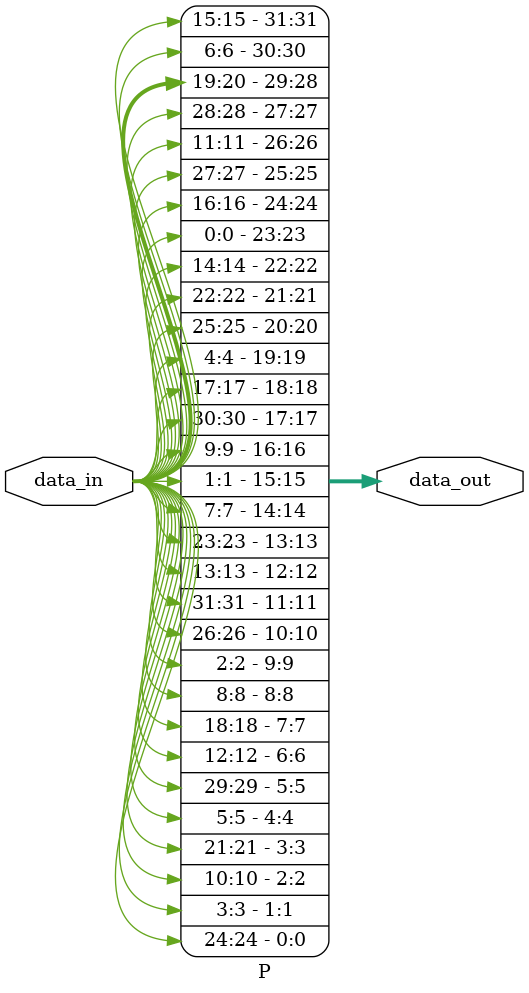
<source format=v>
module P
(
 input [0:31] data_in,
 output [0:31] data_out
);

assign data_out[0]  = data_in[15];
assign data_out[1]  = data_in[6];
assign data_out[2]  = data_in[19];
assign data_out[3]  = data_in[20];
assign data_out[4]  = data_in[28];
assign data_out[5]  = data_in[11];
assign data_out[6]  = data_in[27];
assign data_out[7]  = data_in[16];
assign data_out[8]  = data_in[0];
assign data_out[9]  = data_in[14];
assign data_out[10] = data_in[22];
assign data_out[11] = data_in[25];
assign data_out[12] = data_in[4];
assign data_out[13] = data_in[17];
assign data_out[14] = data_in[30];
assign data_out[15] = data_in[9];
assign data_out[16] = data_in[1];
assign data_out[17] = data_in[7];
assign data_out[18] = data_in[23];
assign data_out[19] = data_in[13];
assign data_out[20] = data_in[31];
assign data_out[21] = data_in[26];
assign data_out[22] = data_in[2];
assign data_out[23] = data_in[8];
assign data_out[24] = data_in[18];
assign data_out[25] = data_in[12];
assign data_out[26] = data_in[29];
assign data_out[27] = data_in[5];
assign data_out[28] = data_in[21];
assign data_out[29] = data_in[10];
assign data_out[30] = data_in[3];
assign data_out[31] = data_in[24];

endmodule

</source>
